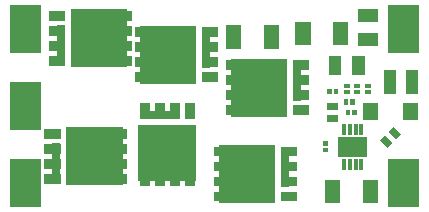
<source format=gbs>
G04 Layer: BottomSolderMaskLayer*
G04 EasyEDA v6.4.4, 2020-08-18T00:36:11--7:00*
G04 995102e80ca04af79c8c3c359321127d,ec5ec94f42e349aabe65ed7a530a4b72,10*
G04 Gerber Generator version 0.2*
G04 Scale: 100 percent, Rotated: No, Reflected: No *
G04 Dimensions in millimeters *
G04 leading zeros omitted , absolute positions ,3 integer and 3 decimal *
%FSLAX33Y33*%
%MOMM*%
G90*
G71D02*


%LPD*%
G36*
G01X210Y6710D02*
G01X210Y10789D01*
G01X2788Y10789D01*
G01X2788Y6710D01*
G01X210Y6710D01*
G37*
G36*
G01X210Y210D02*
G01X210Y4290D01*
G01X2788Y4290D01*
G01X2788Y210D01*
G01X210Y210D01*
G37*
G36*
G01X210Y13210D02*
G01X210Y17289D01*
G01X2788Y17289D01*
G01X2788Y13210D01*
G01X210Y13210D01*
G37*
G36*
G01X32212Y210D02*
G01X32212Y4290D01*
G01X34787Y4290D01*
G01X34787Y210D01*
G01X32212Y210D01*
G37*
G36*
G01X32212Y13210D02*
G01X32212Y17289D01*
G01X34787Y17289D01*
G01X34787Y13210D01*
G01X32212Y13210D01*
G37*
G36*
G01X27162Y11386D02*
G01X27162Y13012D01*
G01X28239Y13012D01*
G01X28239Y11386D01*
G01X27162Y11386D01*
G37*
G36*
G01X29161Y11386D02*
G01X29161Y13012D01*
G01X30241Y13012D01*
G01X30241Y11386D01*
G01X29161Y11386D01*
G37*
G36*
G01X29684Y13860D02*
G01X29684Y14937D01*
G01X31313Y14937D01*
G01X31313Y13860D01*
G01X29684Y13860D01*
G37*
G36*
G01X29684Y15859D02*
G01X29684Y16939D01*
G01X31313Y16939D01*
G01X31313Y15859D01*
G01X29684Y15859D01*
G37*
G36*
G01X30060Y510D02*
G01X30060Y2489D01*
G01X31338Y2489D01*
G01X31338Y510D01*
G01X30060Y510D01*
G37*
G36*
G01X26860Y510D02*
G01X26860Y2489D01*
G01X28138Y2489D01*
G01X28138Y510D01*
G01X26860Y510D01*
G37*
G36*
G01X21661Y13611D02*
G01X21661Y15587D01*
G01X22938Y15587D01*
G01X22938Y13611D01*
G01X21661Y13611D01*
G37*
G36*
G01X18460Y13611D02*
G01X18460Y15587D01*
G01X19738Y15587D01*
G01X19738Y13611D01*
G01X18460Y13611D01*
G37*
G36*
G01X27561Y13911D02*
G01X27561Y15890D01*
G01X28839Y15890D01*
G01X28839Y13911D01*
G01X27561Y13911D01*
G37*
G36*
G01X24361Y13911D02*
G01X24361Y15890D01*
G01X25638Y15890D01*
G01X25638Y13911D01*
G01X24361Y13911D01*
G37*
G36*
G01X27985Y4455D02*
G01X27985Y6144D01*
G01X30439Y6144D01*
G01X30439Y4455D01*
G01X27985Y4455D01*
G37*
G36*
G01X29776Y6322D02*
G01X29776Y7223D01*
G01X30121Y7223D01*
G01X30121Y6322D01*
G01X29776Y6322D01*
G37*
G36*
G01X29293Y6322D02*
G01X29293Y7223D01*
G01X29639Y7223D01*
G01X29639Y6322D01*
G01X29293Y6322D01*
G37*
G36*
G01X28785Y6322D02*
G01X28785Y7223D01*
G01X29131Y7223D01*
G01X29131Y6322D01*
G01X28785Y6322D01*
G37*
G36*
G01X28277Y6322D02*
G01X28277Y7223D01*
G01X28623Y7223D01*
G01X28623Y6322D01*
G01X28277Y6322D01*
G37*
G36*
G01X28277Y3375D02*
G01X28277Y4277D01*
G01X28623Y4277D01*
G01X28623Y3375D01*
G01X28277Y3375D01*
G37*
G36*
G01X28785Y3375D02*
G01X28785Y4277D01*
G01X29131Y4277D01*
G01X29131Y3375D01*
G01X28785Y3375D01*
G37*
G36*
G01X29293Y3375D02*
G01X29293Y4277D01*
G01X29639Y4277D01*
G01X29639Y3375D01*
G01X29293Y3375D01*
G37*
G36*
G01X29776Y3375D02*
G01X29776Y4277D01*
G01X30121Y4277D01*
G01X30121Y3375D01*
G01X29776Y3375D01*
G37*
G36*
G01X3492Y12181D02*
G01X3492Y13009D01*
G01X4869Y13009D01*
G01X4869Y12181D01*
G01X3492Y12181D01*
G37*
G36*
G01X3492Y13451D02*
G01X3492Y14279D01*
G01X4869Y14279D01*
G01X4869Y13451D01*
G01X3492Y13451D01*
G37*
G36*
G01X3492Y14721D02*
G01X3492Y15549D01*
G01X4869Y15549D01*
G01X4869Y14721D01*
G01X3492Y14721D01*
G37*
G36*
G01X3492Y15991D02*
G01X3492Y16819D01*
G01X4869Y16819D01*
G01X4869Y15991D01*
G01X3492Y15991D01*
G37*
G36*
G01X9131Y15991D02*
G01X9131Y16819D01*
G01X10507Y16819D01*
G01X10507Y15991D01*
G01X9131Y15991D01*
G37*
G36*
G01X9131Y14721D02*
G01X9131Y15549D01*
G01X10507Y15549D01*
G01X10507Y14721D01*
G01X9131Y14721D01*
G37*
G36*
G01X9131Y13451D02*
G01X9131Y14279D01*
G01X10507Y14279D01*
G01X10507Y13451D01*
G01X9131Y13451D01*
G37*
G36*
G01X9131Y12181D02*
G01X9131Y13009D01*
G01X10507Y13009D01*
G01X10507Y12181D01*
G01X9131Y12181D01*
G37*
G36*
G01X5349Y12059D02*
G01X5349Y16939D01*
G01X10124Y16939D01*
G01X10124Y12059D01*
G01X5349Y12059D01*
G37*
G36*
G01X4160Y12209D02*
G01X4160Y15587D01*
G01X4838Y15587D01*
G01X4838Y12209D01*
G01X4160Y12209D01*
G37*
G36*
G01X16431Y14592D02*
G01X16431Y15417D01*
G01X17807Y15417D01*
G01X17807Y14592D01*
G01X16431Y14592D01*
G37*
G36*
G01X16431Y13322D02*
G01X16431Y14147D01*
G01X17807Y14147D01*
G01X17807Y13322D01*
G01X16431Y13322D01*
G37*
G36*
G01X16431Y12052D02*
G01X16431Y12877D01*
G01X17807Y12877D01*
G01X17807Y12052D01*
G01X16431Y12052D01*
G37*
G36*
G01X16431Y10782D02*
G01X16431Y11607D01*
G01X17807Y11607D01*
G01X17807Y10782D01*
G01X16431Y10782D01*
G37*
G36*
G01X10792Y10782D02*
G01X10792Y11607D01*
G01X12169Y11607D01*
G01X12169Y10782D01*
G01X10792Y10782D01*
G37*
G36*
G01X10792Y12052D02*
G01X10792Y12877D01*
G01X12169Y12877D01*
G01X12169Y12052D01*
G01X10792Y12052D01*
G37*
G36*
G01X10792Y13322D02*
G01X10792Y14147D01*
G01X12169Y14147D01*
G01X12169Y13322D01*
G01X10792Y13322D01*
G37*
G36*
G01X10792Y14592D02*
G01X10792Y15417D01*
G01X12169Y15417D01*
G01X12169Y14592D01*
G01X10792Y14592D01*
G37*
G36*
G01X11176Y10660D02*
G01X11176Y15539D01*
G01X15951Y15539D01*
G01X15951Y10660D01*
G01X11176Y10660D01*
G37*
G36*
G01X16461Y12011D02*
G01X16461Y15389D01*
G01X17139Y15389D01*
G01X17139Y12011D01*
G01X16461Y12011D01*
G37*
G36*
G01X11181Y7630D02*
G01X11181Y9009D01*
G01X12009Y9009D01*
G01X12009Y7630D01*
G01X11181Y7630D01*
G37*
G36*
G01X12451Y7630D02*
G01X12451Y9009D01*
G01X13279Y9009D01*
G01X13279Y7630D01*
G01X12451Y7630D01*
G37*
G36*
G01X13721Y7630D02*
G01X13721Y9009D01*
G01X14549Y9009D01*
G01X14549Y7630D01*
G01X13721Y7630D01*
G37*
G36*
G01X14991Y7630D02*
G01X14991Y9009D01*
G01X15819Y9009D01*
G01X15819Y7630D01*
G01X14991Y7630D01*
G37*
G36*
G01X14991Y1991D02*
G01X14991Y3370D01*
G01X15819Y3370D01*
G01X15819Y1991D01*
G01X14991Y1991D01*
G37*
G36*
G01X13721Y1991D02*
G01X13721Y3370D01*
G01X14549Y3370D01*
G01X14549Y1991D01*
G01X13721Y1991D01*
G37*
G36*
G01X12451Y1991D02*
G01X12451Y3370D01*
G01X13279Y3370D01*
G01X13279Y1991D01*
G01X12451Y1991D01*
G37*
G36*
G01X11181Y1991D02*
G01X11181Y3370D01*
G01X12009Y3370D01*
G01X12009Y1991D01*
G01X11181Y1991D01*
G37*
G36*
G01X11061Y2374D02*
G01X11061Y7152D01*
G01X15938Y7152D01*
G01X15938Y2374D01*
G01X11061Y2374D01*
G37*
G36*
G01X11211Y7660D02*
G01X11211Y8338D01*
G01X14589Y8338D01*
G01X14589Y7660D01*
G01X11211Y7660D01*
G37*
G36*
G01X24130Y11790D02*
G01X24130Y12618D01*
G01X25509Y12618D01*
G01X25509Y11790D01*
G01X24130Y11790D01*
G37*
G36*
G01X24130Y10520D02*
G01X24130Y11348D01*
G01X25509Y11348D01*
G01X25509Y10520D01*
G01X24130Y10520D01*
G37*
G36*
G01X24130Y9250D02*
G01X24130Y10078D01*
G01X25509Y10078D01*
G01X25509Y9250D01*
G01X24130Y9250D01*
G37*
G36*
G01X24130Y7980D02*
G01X24130Y8808D01*
G01X25509Y8808D01*
G01X25509Y7980D01*
G01X24130Y7980D01*
G37*
G36*
G01X18491Y7980D02*
G01X18491Y8808D01*
G01X19870Y8808D01*
G01X19870Y7980D01*
G01X18491Y7980D01*
G37*
G36*
G01X18491Y9250D02*
G01X18491Y10078D01*
G01X19870Y10078D01*
G01X19870Y9250D01*
G01X18491Y9250D01*
G37*
G36*
G01X18491Y10520D02*
G01X18491Y11348D01*
G01X19870Y11348D01*
G01X19870Y10520D01*
G01X18491Y10520D01*
G37*
G36*
G01X18491Y11790D02*
G01X18491Y12618D01*
G01X19870Y12618D01*
G01X19870Y11790D01*
G01X18491Y11790D01*
G37*
G36*
G01X18874Y7861D02*
G01X18874Y12738D01*
G01X23652Y12738D01*
G01X23652Y7861D01*
G01X18874Y7861D01*
G37*
G36*
G01X24160Y9210D02*
G01X24160Y12588D01*
G01X24838Y12588D01*
G01X24838Y9210D01*
G01X24160Y9210D01*
G37*
G36*
G01X3091Y2181D02*
G01X3091Y3007D01*
G01X4470Y3007D01*
G01X4470Y2181D01*
G01X3091Y2181D01*
G37*
G36*
G01X3091Y3451D02*
G01X3091Y4277D01*
G01X4470Y4277D01*
G01X4470Y3451D01*
G01X3091Y3451D01*
G37*
G36*
G01X3091Y4721D02*
G01X3091Y5547D01*
G01X4470Y5547D01*
G01X4470Y4721D01*
G01X3091Y4721D01*
G37*
G36*
G01X3091Y5991D02*
G01X3091Y6817D01*
G01X4470Y6817D01*
G01X4470Y5991D01*
G01X3091Y5991D01*
G37*
G36*
G01X8729Y5991D02*
G01X8729Y6817D01*
G01X10109Y6817D01*
G01X10109Y5991D01*
G01X8729Y5991D01*
G37*
G36*
G01X8729Y4721D02*
G01X8729Y5547D01*
G01X10109Y5547D01*
G01X10109Y4721D01*
G01X8729Y4721D01*
G37*
G36*
G01X8729Y3451D02*
G01X8729Y4277D01*
G01X10109Y4277D01*
G01X10109Y3451D01*
G01X8729Y3451D01*
G37*
G36*
G01X8729Y2181D02*
G01X8729Y3007D01*
G01X10109Y3007D01*
G01X10109Y2181D01*
G01X8729Y2181D01*
G37*
G36*
G01X4947Y2059D02*
G01X4947Y6939D01*
G01X9725Y6939D01*
G01X9725Y2059D01*
G01X4947Y2059D01*
G37*
G36*
G01X3761Y2209D02*
G01X3761Y5588D01*
G01X4439Y5588D01*
G01X4439Y2209D01*
G01X3761Y2209D01*
G37*
G36*
G01X23129Y4490D02*
G01X23129Y5318D01*
G01X24508Y5318D01*
G01X24508Y4490D01*
G01X23129Y4490D01*
G37*
G36*
G01X23129Y3220D02*
G01X23129Y4048D01*
G01X24508Y4048D01*
G01X24508Y3220D01*
G01X23129Y3220D01*
G37*
G36*
G01X23129Y1950D02*
G01X23129Y2778D01*
G01X24508Y2778D01*
G01X24508Y1950D01*
G01X23129Y1950D01*
G37*
G36*
G01X23129Y680D02*
G01X23129Y1508D01*
G01X24508Y1508D01*
G01X24508Y680D01*
G01X23129Y680D01*
G37*
G36*
G01X17490Y680D02*
G01X17490Y1508D01*
G01X18869Y1508D01*
G01X18869Y680D01*
G01X17490Y680D01*
G37*
G36*
G01X17490Y1950D02*
G01X17490Y2778D01*
G01X18869Y2778D01*
G01X18869Y1950D01*
G01X17490Y1950D01*
G37*
G36*
G01X17490Y3220D02*
G01X17490Y4048D01*
G01X18869Y4048D01*
G01X18869Y3220D01*
G01X17490Y3220D01*
G37*
G36*
G01X17490Y4490D02*
G01X17490Y5318D01*
G01X18869Y5318D01*
G01X18869Y4490D01*
G01X17490Y4490D01*
G37*
G36*
G01X17873Y561D02*
G01X17873Y5438D01*
G01X22651Y5438D01*
G01X22651Y561D01*
G01X17873Y561D01*
G37*
G36*
G01X23162Y1910D02*
G01X23162Y5288D01*
G01X23837Y5288D01*
G01X23837Y1910D01*
G01X23162Y1910D01*
G37*
G36*
G01X33461Y7561D02*
G01X33461Y9039D01*
G01X34739Y9039D01*
G01X34739Y7561D01*
G01X33461Y7561D01*
G37*
G36*
G01X30060Y7561D02*
G01X30060Y9039D01*
G01X31338Y9039D01*
G01X31338Y7561D01*
G01X30060Y7561D01*
G37*
G36*
G01X27586Y9761D02*
G01X27586Y10238D01*
G01X27962Y10238D01*
G01X27962Y9761D01*
G01X27586Y9761D01*
G37*
G36*
G01X27035Y9761D02*
G01X27035Y10238D01*
G01X27414Y10238D01*
G01X27414Y9761D01*
G01X27035Y9761D01*
G37*
G36*
G01X28435Y8862D02*
G01X28435Y9339D01*
G01X28813Y9339D01*
G01X28813Y8862D01*
G01X28435Y8862D01*
G37*
G36*
G01X28986Y8862D02*
G01X28986Y9339D01*
G01X29364Y9339D01*
G01X29364Y8862D01*
G01X28986Y8862D01*
G37*
G36*
G01X29359Y10287D02*
G01X29359Y10662D01*
G01X29839Y10662D01*
G01X29839Y10287D01*
G01X29359Y10287D01*
G37*
G36*
G01X29359Y9735D02*
G01X29359Y10114D01*
G01X29839Y10114D01*
G01X29839Y9735D01*
G01X29359Y9735D01*
G37*
G36*
G01X28460Y10287D02*
G01X28460Y10662D01*
G01X28938Y10662D01*
G01X28938Y10287D01*
G01X28460Y10287D01*
G37*
G36*
G01X28460Y9735D02*
G01X28460Y10114D01*
G01X28938Y10114D01*
G01X28938Y9735D01*
G01X28460Y9735D01*
G37*
G36*
G01X29187Y7960D02*
G01X29187Y8437D01*
G01X29563Y8437D01*
G01X29563Y7960D01*
G01X29187Y7960D01*
G37*
G36*
G01X28635Y7960D02*
G01X28635Y8437D01*
G01X29014Y8437D01*
G01X29014Y7960D01*
G01X28635Y7960D01*
G37*
G36*
G01X27061Y7411D02*
G01X27061Y7988D01*
G01X27940Y7988D01*
G01X27940Y7411D01*
G01X27061Y7411D01*
G37*
G36*
G01X27061Y8409D02*
G01X27061Y8989D01*
G01X27940Y8989D01*
G01X27940Y8409D01*
G01X27061Y8409D01*
G37*
G36*
G01X32151Y5232D02*
G01X31531Y5852D01*
G01X31940Y6261D01*
G01X32560Y5641D01*
G01X32151Y5232D01*
G37*
G36*
G01X32859Y5938D02*
G01X32237Y6560D01*
G01X32646Y6967D01*
G01X33268Y6347D01*
G01X32859Y5938D01*
G37*
G36*
G01X30261Y9735D02*
G01X30261Y10114D01*
G01X30739Y10114D01*
G01X30739Y9735D01*
G01X30261Y9735D01*
G37*
G36*
G01X30261Y10287D02*
G01X30261Y10662D01*
G01X30739Y10662D01*
G01X30739Y10287D01*
G01X30261Y10287D01*
G37*
G36*
G01X26659Y4836D02*
G01X26659Y5214D01*
G01X27139Y5214D01*
G01X27139Y4836D01*
G01X26659Y4836D01*
G37*
G36*
G01X26659Y5384D02*
G01X26659Y5763D01*
G01X27139Y5763D01*
G01X27139Y5384D01*
G01X26659Y5384D01*
G37*
G36*
G01X33685Y9761D02*
G01X33685Y11838D01*
G01X34764Y11838D01*
G01X34764Y9761D01*
G01X33685Y9761D01*
G37*
G36*
G01X31836Y9761D02*
G01X31836Y11838D01*
G01X32913Y11838D01*
G01X32913Y9761D01*
G01X31836Y9761D01*
G37*
M00*
M02*

</source>
